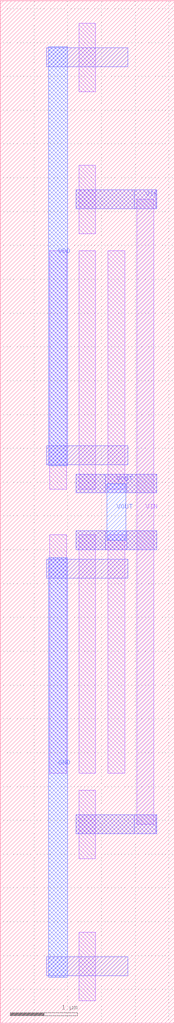
<source format=lef>
MACRO INVERTER
  ORIGIN 0 0 ;
  FOREIGN INVERTER 0 0 ;
  SIZE 2.58 BY 15.12 ;
  PIN VIN
    DIRECTION INOUT ;
    USE SIGNAL ;
    PORT 
      LAYER M2 ;
        RECT 1.12 2.8 2.32 3.08 ;
      LAYER M2 ;
        RECT 1.12 12.04 2.32 12.32 ;
      LAYER M2 ;
        RECT 1.99 2.8 2.31 3.08 ;
      LAYER M1 ;
        RECT 2.025 2.94 2.275 12.18 ;
      LAYER M2 ;
        RECT 1.99 12.04 2.31 12.32 ;
    END
  END VIN
  PIN GND
    DIRECTION INOUT ;
    USE SIGNAL ;
    PORT 
      LAYER M3 ;
        RECT 0.72 0.68 1 6.88 ;
    END
  END GND
  PIN VDD
    DIRECTION INOUT ;
    USE SIGNAL ;
    PORT 
      LAYER M3 ;
        RECT 0.72 8.24 1 14.44 ;
    END
  END VDD
  PIN VOUT
    DIRECTION INOUT ;
    USE SIGNAL ;
    PORT 
      LAYER M2 ;
        RECT 1.12 7 2.32 7.28 ;
      LAYER M2 ;
        RECT 1.12 7.84 2.32 8.12 ;
      LAYER M2 ;
        RECT 1.56 7 1.88 7.28 ;
      LAYER M3 ;
        RECT 1.58 7.14 1.86 7.98 ;
      LAYER M2 ;
        RECT 1.56 7.84 1.88 8.12 ;
    END
  END VOUT
  OBS 
  LAYER M1 ;
        RECT 1.165 3.695 1.415 7.225 ;
  LAYER M1 ;
        RECT 1.165 2.435 1.415 3.445 ;
  LAYER M1 ;
        RECT 1.165 0.335 1.415 1.345 ;
  LAYER M1 ;
        RECT 1.595 3.695 1.845 7.225 ;
  LAYER M1 ;
        RECT 0.735 3.695 0.985 7.225 ;
  LAYER M2 ;
        RECT 0.69 0.7 1.89 0.98 ;
  LAYER M2 ;
        RECT 0.69 6.58 1.89 6.86 ;
  LAYER M2 ;
        RECT 1.12 7 2.32 7.28 ;
  LAYER M2 ;
        RECT 1.12 2.8 2.32 3.08 ;
  LAYER M3 ;
        RECT 0.72 0.68 1 6.88 ;
  LAYER M1 ;
        RECT 1.165 7.895 1.415 11.425 ;
  LAYER M1 ;
        RECT 1.165 11.675 1.415 12.685 ;
  LAYER M1 ;
        RECT 1.165 13.775 1.415 14.785 ;
  LAYER M1 ;
        RECT 1.595 7.895 1.845 11.425 ;
  LAYER M1 ;
        RECT 0.735 7.895 0.985 11.425 ;
  LAYER M2 ;
        RECT 0.69 14.14 1.89 14.42 ;
  LAYER M2 ;
        RECT 0.69 8.26 1.89 8.54 ;
  LAYER M2 ;
        RECT 1.12 7.84 2.32 8.12 ;
  LAYER M2 ;
        RECT 1.12 12.04 2.32 12.32 ;
  LAYER M3 ;
        RECT 0.72 8.24 1 14.44 ;
  END 
END INVERTER

</source>
